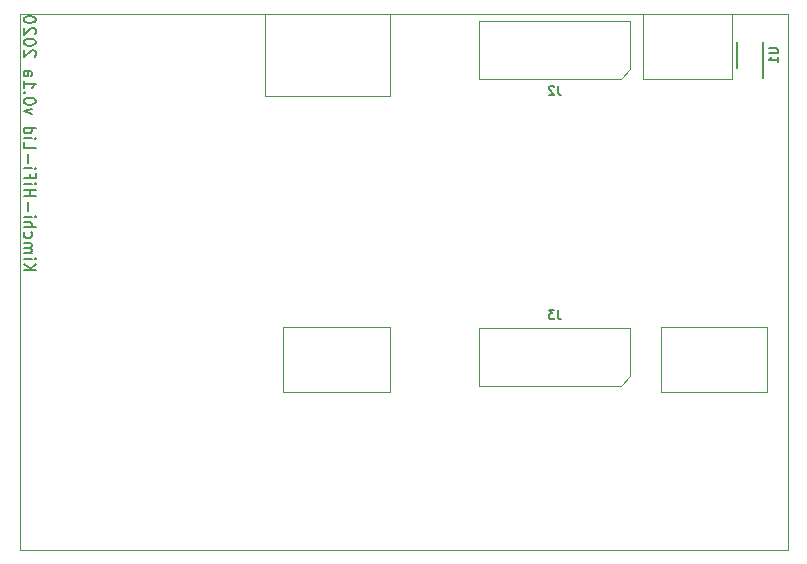
<source format=gbo>
G04 #@! TF.GenerationSoftware,KiCad,Pcbnew,(5.1.8)-1*
G04 #@! TF.CreationDate,2021-01-26T22:47:04-05:00*
G04 #@! TF.ProjectId,kimchi_ulid,6b696d63-6869-45f7-956c-69642e6b6963,v0.1*
G04 #@! TF.SameCoordinates,Original*
G04 #@! TF.FileFunction,Legend,Bot*
G04 #@! TF.FilePolarity,Positive*
%FSLAX46Y46*%
G04 Gerber Fmt 4.6, Leading zero omitted, Abs format (unit mm)*
G04 Created by KiCad (PCBNEW (5.1.8)-1) date 2021-01-26 22:47:04*
%MOMM*%
%LPD*%
G01*
G04 APERTURE LIST*
%ADD10C,0.150000*%
G04 #@! TA.AperFunction,Profile*
%ADD11C,0.100000*%
G04 #@! TD*
%ADD12C,0.100000*%
%ADD13C,0.120000*%
G04 APERTURE END LIST*
D10*
X107347619Y-102338095D02*
X108347619Y-102338095D01*
X107347619Y-101766666D02*
X107919047Y-102195238D01*
X108347619Y-101766666D02*
X107776190Y-102338095D01*
X107347619Y-101338095D02*
X108014285Y-101338095D01*
X108347619Y-101338095D02*
X108300000Y-101385714D01*
X108252380Y-101338095D01*
X108300000Y-101290476D01*
X108347619Y-101338095D01*
X108252380Y-101338095D01*
X107347619Y-100861904D02*
X108014285Y-100861904D01*
X107919047Y-100861904D02*
X107966666Y-100814285D01*
X108014285Y-100719047D01*
X108014285Y-100576190D01*
X107966666Y-100480952D01*
X107871428Y-100433333D01*
X107347619Y-100433333D01*
X107871428Y-100433333D02*
X107966666Y-100385714D01*
X108014285Y-100290476D01*
X108014285Y-100147619D01*
X107966666Y-100052380D01*
X107871428Y-100004761D01*
X107347619Y-100004761D01*
X107395238Y-99100000D02*
X107347619Y-99195238D01*
X107347619Y-99385714D01*
X107395238Y-99480952D01*
X107442857Y-99528571D01*
X107538095Y-99576190D01*
X107823809Y-99576190D01*
X107919047Y-99528571D01*
X107966666Y-99480952D01*
X108014285Y-99385714D01*
X108014285Y-99195238D01*
X107966666Y-99100000D01*
X107347619Y-98671428D02*
X108347619Y-98671428D01*
X107347619Y-98242857D02*
X107871428Y-98242857D01*
X107966666Y-98290476D01*
X108014285Y-98385714D01*
X108014285Y-98528571D01*
X107966666Y-98623809D01*
X107919047Y-98671428D01*
X107347619Y-97766666D02*
X108014285Y-97766666D01*
X108347619Y-97766666D02*
X108300000Y-97814285D01*
X108252380Y-97766666D01*
X108300000Y-97719047D01*
X108347619Y-97766666D01*
X108252380Y-97766666D01*
X107728571Y-97290476D02*
X107728571Y-96528571D01*
X107347619Y-96052380D02*
X108347619Y-96052380D01*
X107871428Y-96052380D02*
X107871428Y-95480952D01*
X107347619Y-95480952D02*
X108347619Y-95480952D01*
X107347619Y-95004761D02*
X108014285Y-95004761D01*
X108347619Y-95004761D02*
X108300000Y-95052380D01*
X108252380Y-95004761D01*
X108300000Y-94957142D01*
X108347619Y-95004761D01*
X108252380Y-95004761D01*
X107871428Y-94195238D02*
X107871428Y-94528571D01*
X107347619Y-94528571D02*
X108347619Y-94528571D01*
X108347619Y-94052380D01*
X107347619Y-93671428D02*
X108014285Y-93671428D01*
X108347619Y-93671428D02*
X108300000Y-93719047D01*
X108252380Y-93671428D01*
X108300000Y-93623809D01*
X108347619Y-93671428D01*
X108252380Y-93671428D01*
X107728571Y-93195238D02*
X107728571Y-92433333D01*
X107347619Y-91480952D02*
X107347619Y-91957142D01*
X108347619Y-91957142D01*
X107347619Y-91147619D02*
X108014285Y-91147619D01*
X108347619Y-91147619D02*
X108300000Y-91195238D01*
X108252380Y-91147619D01*
X108300000Y-91100000D01*
X108347619Y-91147619D01*
X108252380Y-91147619D01*
X107347619Y-90242857D02*
X108347619Y-90242857D01*
X107395238Y-90242857D02*
X107347619Y-90338095D01*
X107347619Y-90528571D01*
X107395238Y-90623809D01*
X107442857Y-90671428D01*
X107538095Y-90719047D01*
X107823809Y-90719047D01*
X107919047Y-90671428D01*
X107966666Y-90623809D01*
X108014285Y-90528571D01*
X108014285Y-90338095D01*
X107966666Y-90242857D01*
X108014285Y-89100000D02*
X107347619Y-88861904D01*
X108014285Y-88623809D01*
X108347619Y-88052380D02*
X108347619Y-87957142D01*
X108300000Y-87861904D01*
X108252380Y-87814285D01*
X108157142Y-87766666D01*
X107966666Y-87719047D01*
X107728571Y-87719047D01*
X107538095Y-87766666D01*
X107442857Y-87814285D01*
X107395238Y-87861904D01*
X107347619Y-87957142D01*
X107347619Y-88052380D01*
X107395238Y-88147619D01*
X107442857Y-88195238D01*
X107538095Y-88242857D01*
X107728571Y-88290476D01*
X107966666Y-88290476D01*
X108157142Y-88242857D01*
X108252380Y-88195238D01*
X108300000Y-88147619D01*
X108347619Y-88052380D01*
X107442857Y-87290476D02*
X107395238Y-87242857D01*
X107347619Y-87290476D01*
X107395238Y-87338095D01*
X107442857Y-87290476D01*
X107347619Y-87290476D01*
X107347619Y-86290476D02*
X107347619Y-86861904D01*
X107347619Y-86576190D02*
X108347619Y-86576190D01*
X108204761Y-86671428D01*
X108109523Y-86766666D01*
X108061904Y-86861904D01*
X107347619Y-85433333D02*
X107871428Y-85433333D01*
X107966666Y-85480952D01*
X108014285Y-85576190D01*
X108014285Y-85766666D01*
X107966666Y-85861904D01*
X107395238Y-85433333D02*
X107347619Y-85528571D01*
X107347619Y-85766666D01*
X107395238Y-85861904D01*
X107490476Y-85909523D01*
X107585714Y-85909523D01*
X107680952Y-85861904D01*
X107728571Y-85766666D01*
X107728571Y-85528571D01*
X107776190Y-85433333D01*
X108252380Y-84242857D02*
X108300000Y-84195238D01*
X108347619Y-84100000D01*
X108347619Y-83861904D01*
X108300000Y-83766666D01*
X108252380Y-83719047D01*
X108157142Y-83671428D01*
X108061904Y-83671428D01*
X107919047Y-83719047D01*
X107347619Y-84290476D01*
X107347619Y-83671428D01*
X108347619Y-83052380D02*
X108347619Y-82957142D01*
X108300000Y-82861904D01*
X108252380Y-82814285D01*
X108157142Y-82766666D01*
X107966666Y-82719047D01*
X107728571Y-82719047D01*
X107538095Y-82766666D01*
X107442857Y-82814285D01*
X107395238Y-82861904D01*
X107347619Y-82957142D01*
X107347619Y-83052380D01*
X107395238Y-83147619D01*
X107442857Y-83195238D01*
X107538095Y-83242857D01*
X107728571Y-83290476D01*
X107966666Y-83290476D01*
X108157142Y-83242857D01*
X108252380Y-83195238D01*
X108300000Y-83147619D01*
X108347619Y-83052380D01*
X108252380Y-82338095D02*
X108300000Y-82290476D01*
X108347619Y-82195238D01*
X108347619Y-81957142D01*
X108300000Y-81861904D01*
X108252380Y-81814285D01*
X108157142Y-81766666D01*
X108061904Y-81766666D01*
X107919047Y-81814285D01*
X107347619Y-82385714D01*
X107347619Y-81766666D01*
X108347619Y-81147619D02*
X108347619Y-81052380D01*
X108300000Y-80957142D01*
X108252380Y-80909523D01*
X108157142Y-80861904D01*
X107966666Y-80814285D01*
X107728571Y-80814285D01*
X107538095Y-80861904D01*
X107442857Y-80909523D01*
X107395238Y-80957142D01*
X107347619Y-81052380D01*
X107347619Y-81147619D01*
X107395238Y-81242857D01*
X107442857Y-81290476D01*
X107538095Y-81338095D01*
X107728571Y-81385714D01*
X107966666Y-81385714D01*
X108157142Y-81338095D01*
X108252380Y-81290476D01*
X108300000Y-81242857D01*
X108347619Y-81147619D01*
D11*
X172000000Y-80600000D02*
X107000000Y-80600000D01*
X107000000Y-126000000D02*
X172000000Y-126000000D01*
X107000000Y-80600000D02*
X107000000Y-126000000D01*
X172000000Y-126000000D02*
X172000000Y-80600000D01*
D12*
X170300000Y-107100000D02*
X161300000Y-107100000D01*
X170300000Y-112600000D02*
X170300000Y-107100000D01*
X161300000Y-112600000D02*
X170300000Y-112600000D01*
X161300000Y-107100000D02*
X161300000Y-112600000D01*
X138300000Y-107100000D02*
X129300000Y-107100000D01*
X138300000Y-112600000D02*
X138300000Y-107100000D01*
X129300000Y-112600000D02*
X138300000Y-112600000D01*
X129300000Y-107100000D02*
X129300000Y-112600000D01*
X138300000Y-80600000D02*
X127800000Y-80600000D01*
X138300000Y-87600000D02*
X138300000Y-80600000D01*
X127800000Y-87600000D02*
X138300000Y-87600000D01*
X127800000Y-80600000D02*
X127800000Y-87600000D01*
X167300000Y-80600000D02*
X159800000Y-80600000D01*
X167300000Y-86100000D02*
X167300000Y-80600000D01*
X159800000Y-86100000D02*
X167300000Y-86100000D01*
X159800000Y-80600000D02*
X159800000Y-86100000D01*
D13*
X157900000Y-112090000D02*
X158700000Y-111290000D01*
X158700000Y-111290000D02*
X158700000Y-107210000D01*
X158700000Y-107210000D02*
X145900000Y-107210000D01*
X145900000Y-107210000D02*
X145900000Y-112090000D01*
X145900000Y-112090000D02*
X157900000Y-112090000D01*
X157900000Y-86090000D02*
X158700000Y-85290000D01*
X158700000Y-85290000D02*
X158700000Y-81210000D01*
X158700000Y-81210000D02*
X145900000Y-81210000D01*
X145900000Y-81210000D02*
X145900000Y-86090000D01*
X145900000Y-86090000D02*
X157900000Y-86090000D01*
D10*
X167680000Y-85180000D02*
X167680000Y-83020000D01*
X169920000Y-86000000D02*
X169920000Y-83020000D01*
X152550000Y-105689285D02*
X152550000Y-106225000D01*
X152585714Y-106332142D01*
X152657142Y-106403571D01*
X152764285Y-106439285D01*
X152835714Y-106439285D01*
X152264285Y-105689285D02*
X151800000Y-105689285D01*
X152050000Y-105975000D01*
X151942857Y-105975000D01*
X151871428Y-106010714D01*
X151835714Y-106046428D01*
X151800000Y-106117857D01*
X151800000Y-106296428D01*
X151835714Y-106367857D01*
X151871428Y-106403571D01*
X151942857Y-106439285D01*
X152157142Y-106439285D01*
X152228571Y-106403571D01*
X152264285Y-106367857D01*
X152550000Y-86689285D02*
X152550000Y-87225000D01*
X152585714Y-87332142D01*
X152657142Y-87403571D01*
X152764285Y-87439285D01*
X152835714Y-87439285D01*
X152228571Y-86760714D02*
X152192857Y-86725000D01*
X152121428Y-86689285D01*
X151942857Y-86689285D01*
X151871428Y-86725000D01*
X151835714Y-86760714D01*
X151800000Y-86832142D01*
X151800000Y-86903571D01*
X151835714Y-87010714D01*
X152264285Y-87439285D01*
X151800000Y-87439285D01*
X170439285Y-83528571D02*
X171046428Y-83528571D01*
X171117857Y-83564285D01*
X171153571Y-83600000D01*
X171189285Y-83671428D01*
X171189285Y-83814285D01*
X171153571Y-83885714D01*
X171117857Y-83921428D01*
X171046428Y-83957142D01*
X170439285Y-83957142D01*
X171189285Y-84707142D02*
X171189285Y-84278571D01*
X171189285Y-84492857D02*
X170439285Y-84492857D01*
X170546428Y-84421428D01*
X170617857Y-84350000D01*
X170653571Y-84278571D01*
M02*

</source>
